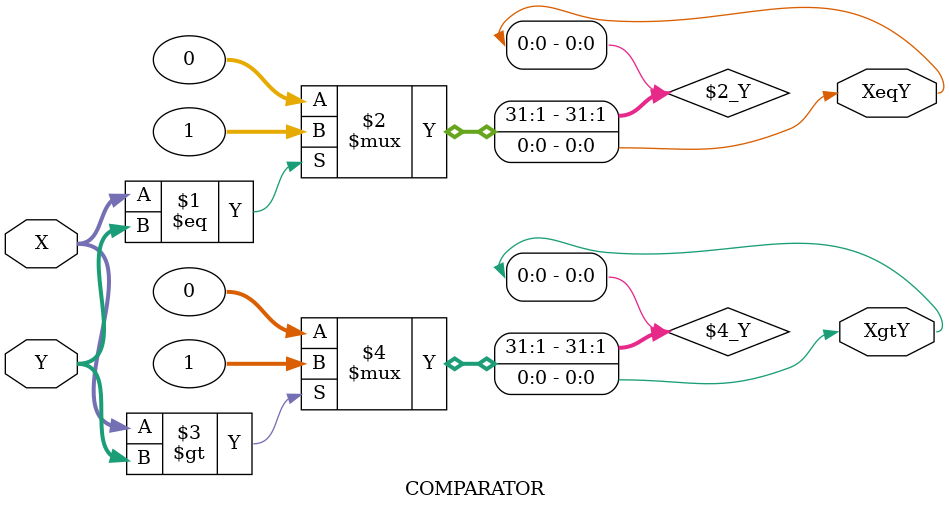
<source format=v>
module COMPARATOR (X, Y, XeqY, XgtY);
	input [7:0] X, Y;
	output XeqY, XgtY;
	
	assign XeqY = (X == Y) ? 1 : 0;
	assign XgtY = (X > Y) ? 1 : 0;
	
endmodule

</source>
